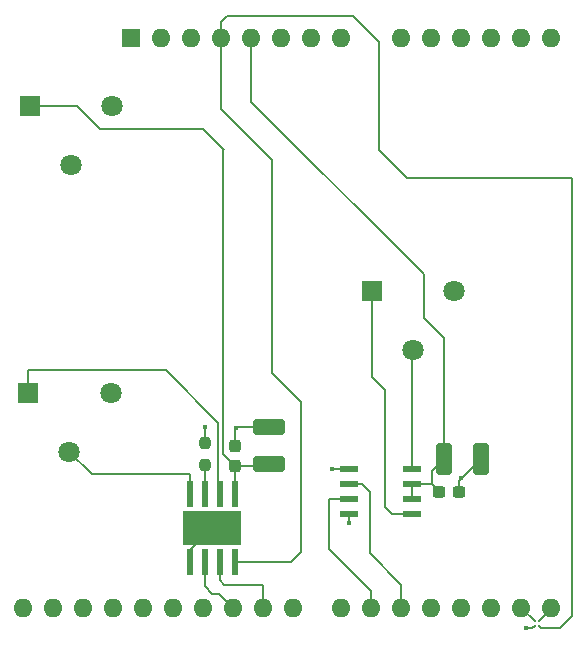
<source format=gbr>
%TF.GenerationSoftware,KiCad,Pcbnew,9.0.2*%
%TF.CreationDate,2025-11-24T10:29:42-08:00*%
%TF.ProjectId,motor_temperature,6d6f746f-725f-4746-956d-706572617475,A*%
%TF.SameCoordinates,Original*%
%TF.FileFunction,Copper,L1,Top*%
%TF.FilePolarity,Positive*%
%FSLAX46Y46*%
G04 Gerber Fmt 4.6, Leading zero omitted, Abs format (unit mm)*
G04 Created by KiCad (PCBNEW 9.0.2) date 2025-11-24 10:29:42*
%MOMM*%
%LPD*%
G01*
G04 APERTURE LIST*
G04 Aperture macros list*
%AMRoundRect*
0 Rectangle with rounded corners*
0 $1 Rounding radius*
0 $2 $3 $4 $5 $6 $7 $8 $9 X,Y pos of 4 corners*
0 Add a 4 corners polygon primitive as box body*
4,1,4,$2,$3,$4,$5,$6,$7,$8,$9,$2,$3,0*
0 Add four circle primitives for the rounded corners*
1,1,$1+$1,$2,$3*
1,1,$1+$1,$4,$5*
1,1,$1+$1,$6,$7*
1,1,$1+$1,$8,$9*
0 Add four rect primitives between the rounded corners*
20,1,$1+$1,$2,$3,$4,$5,0*
20,1,$1+$1,$4,$5,$6,$7,0*
20,1,$1+$1,$6,$7,$8,$9,0*
20,1,$1+$1,$8,$9,$2,$3,0*%
G04 Aperture macros list end*
%TA.AperFunction,ComponentPad*%
%ADD10R,1.600000X1.600000*%
%TD*%
%TA.AperFunction,ComponentPad*%
%ADD11O,1.600000X1.600000*%
%TD*%
%TA.AperFunction,SMDPad,CuDef*%
%ADD12RoundRect,0.237500X0.237500X-0.250000X0.237500X0.250000X-0.237500X0.250000X-0.237500X-0.250000X0*%
%TD*%
%TA.AperFunction,SMDPad,CuDef*%
%ADD13RoundRect,0.237500X-0.300000X-0.237500X0.300000X-0.237500X0.300000X0.237500X-0.300000X0.237500X0*%
%TD*%
%TA.AperFunction,ComponentPad*%
%ADD14R,1.800000X1.800000*%
%TD*%
%TA.AperFunction,ComponentPad*%
%ADD15C,1.800000*%
%TD*%
%TA.AperFunction,SMDPad,CuDef*%
%ADD16RoundRect,0.250000X-0.412500X-1.100000X0.412500X-1.100000X0.412500X1.100000X-0.412500X1.100000X0*%
%TD*%
%TA.AperFunction,SMDPad,CuDef*%
%ADD17RoundRect,0.250000X1.100000X-0.412500X1.100000X0.412500X-1.100000X0.412500X-1.100000X-0.412500X0*%
%TD*%
%TA.AperFunction,SMDPad,CuDef*%
%ADD18R,1.550000X0.580000*%
%TD*%
%TA.AperFunction,SMDPad,CuDef*%
%ADD19C,0.230000*%
%TD*%
%TA.AperFunction,SMDPad,CuDef*%
%ADD20R,0.500000X2.200000*%
%TD*%
%TA.AperFunction,ComponentPad*%
%ADD21C,0.630000*%
%TD*%
%TA.AperFunction,SMDPad,CuDef*%
%ADD22R,4.900000X2.950000*%
%TD*%
%TA.AperFunction,SMDPad,CuDef*%
%ADD23RoundRect,0.237500X0.237500X-0.300000X0.237500X0.300000X-0.237500X0.300000X-0.237500X-0.300000X0*%
%TD*%
%TA.AperFunction,ViaPad*%
%ADD24C,0.406400*%
%TD*%
%TA.AperFunction,Conductor*%
%ADD25C,0.152400*%
%TD*%
G04 APERTURE END LIST*
D10*
%TO.P,A1,1,NC*%
%TO.N,unconnected-(A1-NC-Pad1)*%
X126245000Y-66370000D03*
D11*
%TO.P,A1,2,IOREF*%
%TO.N,unconnected-(A1-IOREF-Pad2)*%
X128785000Y-66370000D03*
%TO.P,A1,3,~{RESET}*%
%TO.N,unconnected-(A1-~{RESET}-Pad3)*%
X131325000Y-66370000D03*
%TO.P,A1,4,3V3*%
%TO.N,/3V3*%
X133865000Y-66370000D03*
%TO.P,A1,5,+5V*%
%TO.N,+5V*%
X136405000Y-66370000D03*
%TO.P,A1,6,GND*%
%TO.N,GND*%
X138945000Y-66370000D03*
%TO.P,A1,7,GND*%
X141485000Y-66370000D03*
%TO.P,A1,8,VIN*%
%TO.N,unconnected-(A1-VIN-Pad8)*%
X144025000Y-66370000D03*
%TO.P,A1,9,A0*%
%TO.N,unconnected-(A1-A0-Pad9)*%
X149105000Y-66370000D03*
%TO.P,A1,10,A1*%
%TO.N,unconnected-(A1-A1-Pad10)*%
X151645000Y-66370000D03*
%TO.P,A1,11,A2*%
%TO.N,unconnected-(A1-A2-Pad11)*%
X154185000Y-66370000D03*
%TO.P,A1,12,A3*%
%TO.N,unconnected-(A1-A3-Pad12)*%
X156725000Y-66370000D03*
%TO.P,A1,13,SDA/A4*%
%TO.N,unconnected-(A1-SDA{slash}A4-Pad13)*%
X159265000Y-66370000D03*
%TO.P,A1,14,SCL/A5*%
%TO.N,unconnected-(A1-SCL{slash}A5-Pad14)*%
X161805000Y-66370000D03*
%TO.P,A1,15,D0/RX*%
%TO.N,/UART_RX*%
X161805000Y-114630000D03*
%TO.P,A1,16,D1/TX*%
%TO.N,/UART_TX*%
X159265000Y-114630000D03*
%TO.P,A1,17,D2*%
%TO.N,unconnected-(A1-D2-Pad17)*%
X156725000Y-114630000D03*
%TO.P,A1,18,D3*%
%TO.N,unconnected-(A1-D3-Pad18)*%
X154185000Y-114630000D03*
%TO.P,A1,19,D4*%
%TO.N,unconnected-(A1-D4-Pad19)*%
X151645000Y-114630000D03*
%TO.P,A1,20,D5*%
%TO.N,/IN_A*%
X149105000Y-114630000D03*
%TO.P,A1,21,D6*%
%TO.N,/IN_B*%
X146565000Y-114630000D03*
%TO.P,A1,22,D7*%
%TO.N,unconnected-(A1-D7-Pad22)*%
X144025000Y-114630000D03*
%TO.P,A1,23,D8*%
%TO.N,unconnected-(A1-D8-Pad23)*%
X139965000Y-114630000D03*
%TO.P,A1,24,D9*%
%TO.N,/IN_1*%
X137425000Y-114630000D03*
%TO.P,A1,25,D10*%
%TO.N,/IN_2*%
X134885000Y-114630000D03*
%TO.P,A1,26,D11*%
%TO.N,unconnected-(A1-D11-Pad26)*%
X132345000Y-114630000D03*
%TO.P,A1,27,D12*%
%TO.N,unconnected-(A1-D12-Pad27)*%
X129805000Y-114630000D03*
%TO.P,A1,28,D13*%
%TO.N,unconnected-(A1-D13-Pad28)*%
X127265000Y-114630000D03*
%TO.P,A1,29,GND*%
%TO.N,GND*%
X124725000Y-114630000D03*
%TO.P,A1,30,AREF*%
%TO.N,unconnected-(A1-AREF-Pad30)*%
X122185000Y-114630000D03*
%TO.P,A1,31,SDA/A4*%
%TO.N,unconnected-(A1-SDA{slash}A4-Pad31)*%
X119645000Y-114630000D03*
%TO.P,A1,32,SCL/A5*%
%TO.N,unconnected-(A1-SCL{slash}A5-Pad32)*%
X117105000Y-114630000D03*
%TD*%
D12*
%TO.P,R1,1*%
%TO.N,Net-(U1-ISEN)*%
X132461000Y-102512500D03*
%TO.P,R1,2*%
%TO.N,GND*%
X132461000Y-100687500D03*
%TD*%
D13*
%TO.P,C2,1*%
%TO.N,+5V*%
X152299500Y-104775000D03*
%TO.P,C2,2*%
%TO.N,GND*%
X154024500Y-104775000D03*
%TD*%
D14*
%TO.P,J3,1,1*%
%TO.N,+12V*%
X117629500Y-72119000D03*
D15*
%TO.P,J3,2,2*%
%TO.N,unconnected-(J3-Pad2)*%
X121129500Y-77119000D03*
%TO.P,J3,3,3*%
%TO.N,GND*%
X124629500Y-72119000D03*
%TD*%
D16*
%TO.P,C1,1*%
%TO.N,+5V*%
X152742500Y-101981000D03*
%TO.P,C1,2*%
%TO.N,GND*%
X155867500Y-101981000D03*
%TD*%
D17*
%TO.P,C3,1*%
%TO.N,+12V*%
X137922000Y-102400500D03*
%TO.P,C3,2*%
%TO.N,GND*%
X137922000Y-99275500D03*
%TD*%
D18*
%TO.P,U2,1,OA*%
%TO.N,/OUT_A*%
X150000000Y-106680000D03*
%TO.P,U2,2,VCC*%
%TO.N,+5V*%
X150000000Y-105410000D03*
%TO.P,U2,3,VCC*%
X150000000Y-104140000D03*
%TO.P,U2,4,OB*%
%TO.N,Net-(U2-OB)*%
X150000000Y-102870000D03*
%TO.P,U2,5,GND*%
%TO.N,GND*%
X144640000Y-102870000D03*
%TO.P,U2,6,IA*%
%TO.N,/IN_A*%
X144640000Y-104140000D03*
%TO.P,U2,7,IB*%
%TO.N,/IN_B*%
X144640000Y-105410000D03*
%TO.P,U2,8,GND*%
%TO.N,GND*%
X144640000Y-106680000D03*
%TD*%
D14*
%TO.P,J1,1,1*%
%TO.N,/OUT_1*%
X117502500Y-96376000D03*
D15*
%TO.P,J1,2,2*%
%TO.N,/OUT_2*%
X121002500Y-101376000D03*
%TO.P,J1,3,3*%
%TO.N,unconnected-(J1-Pad3)*%
X124502500Y-96376000D03*
%TD*%
D19*
%TO.P,U3,A1,V+*%
%TO.N,/3V3*%
X160782000Y-116151000D03*
%TO.P,U3,A2,GND*%
%TO.N,GND*%
X160382000Y-116151000D03*
%TO.P,U3,B1,TX*%
%TO.N,/UART_RX*%
X160782000Y-115750998D03*
%TO.P,U3,B2,RX*%
%TO.N,/UART_TX*%
X160382000Y-115750998D03*
%TD*%
D14*
%TO.P,J2,1,1*%
%TO.N,/OUT_A*%
X146585500Y-87740000D03*
D15*
%TO.P,J2,2,2*%
%TO.N,Net-(U2-OB)*%
X150085500Y-92740000D03*
%TO.P,J2,3,3*%
%TO.N,unconnected-(J2-Pad3)*%
X153585500Y-87740000D03*
%TD*%
D20*
%TO.P,U1,1,GND*%
%TO.N,GND*%
X131191000Y-110698000D03*
%TO.P,U1,2,IN2*%
%TO.N,/IN_2*%
X132461000Y-110698000D03*
%TO.P,U1,3,IN1*%
%TO.N,/IN_1*%
X133731000Y-110698000D03*
%TO.P,U1,4,VREF*%
%TO.N,/3V3*%
X135001000Y-110698000D03*
%TO.P,U1,5,VM*%
%TO.N,+12V*%
X135001000Y-104948000D03*
%TO.P,U1,6,OUT1*%
%TO.N,/OUT_1*%
X133731000Y-104948000D03*
%TO.P,U1,7,ISEN*%
%TO.N,Net-(U1-ISEN)*%
X132461000Y-104948000D03*
%TO.P,U1,8,OUT2*%
%TO.N,/OUT_2*%
X131191000Y-104948000D03*
D21*
%TO.P,U1,9,GND*%
%TO.N,GND*%
X131796000Y-108473000D03*
X133096000Y-108473000D03*
X134396000Y-108473000D03*
D22*
X133096000Y-107823000D03*
D21*
X131796000Y-107173000D03*
X133096000Y-107173000D03*
X134396000Y-107173000D03*
%TD*%
D23*
%TO.P,C4,1*%
%TO.N,+12V*%
X135001000Y-102616000D03*
%TO.P,C4,2*%
%TO.N,GND*%
X135001000Y-100891000D03*
%TD*%
D24*
%TO.N,GND*%
X135064500Y-99377500D03*
X154178000Y-103632000D03*
X144653000Y-107442000D03*
X132461000Y-99314000D03*
X159639000Y-116332000D03*
X143256000Y-102870000D03*
%TD*%
D25*
%TO.N,/OUT_A*%
X146585500Y-95095500D02*
X146585500Y-87740000D01*
X147701000Y-106045000D02*
X147701000Y-96202500D01*
X147701000Y-96202500D02*
X146589750Y-95091250D01*
X148336000Y-106680000D02*
X147701000Y-106045000D01*
X146589750Y-95091250D02*
X146585500Y-95095500D01*
X150000000Y-106680000D02*
X148336000Y-106680000D01*
%TO.N,+5V*%
X152742500Y-91782500D02*
X152742500Y-101981000D01*
X151003000Y-90043000D02*
X152742500Y-91782500D01*
X151003000Y-86360000D02*
X151003000Y-90043000D01*
X136398000Y-71755000D02*
X151003000Y-86360000D01*
X136398000Y-69469000D02*
X136398000Y-71755000D01*
%TO.N,GND*%
X131191000Y-109728000D02*
X133096000Y-107823000D01*
X131191000Y-110698000D02*
X131191000Y-109728000D01*
%TO.N,/IN_B*%
X143002000Y-109601000D02*
X143002000Y-105410000D01*
X146565000Y-113164000D02*
X143002000Y-109601000D01*
X143002000Y-105410000D02*
X144640000Y-105410000D01*
X146565000Y-114630000D02*
X146565000Y-113164000D01*
%TO.N,GND*%
X160201000Y-116332000D02*
X159639000Y-116332000D01*
X154051000Y-103759000D02*
X154178000Y-103632000D01*
X137922000Y-99275500D02*
X135166500Y-99275500D01*
X135166500Y-99275500D02*
X135064500Y-99377500D01*
X154024500Y-103785500D02*
X154051000Y-103759000D01*
X134797500Y-100687500D02*
X135001000Y-100891000D01*
X154024500Y-104775000D02*
X154024500Y-103785500D01*
X160382000Y-116151000D02*
X160201000Y-116332000D01*
X132461000Y-99314000D02*
X132461000Y-99441000D01*
X144640000Y-106680000D02*
X144640000Y-107429000D01*
X135064500Y-99377500D02*
X135001000Y-99441000D01*
X144640000Y-102870000D02*
X143256000Y-102870000D01*
X132461000Y-100687500D02*
X132461000Y-99314000D01*
X154216500Y-103632000D02*
X155867500Y-101981000D01*
X144640000Y-107429000D02*
X144653000Y-107442000D01*
X135001000Y-100891000D02*
X135001000Y-99441000D01*
X154178000Y-103632000D02*
X154216500Y-103632000D01*
%TO.N,/IN_A*%
X145796000Y-104140000D02*
X144640000Y-104140000D01*
X149105000Y-112656000D02*
X146431000Y-109982000D01*
X149105000Y-114630000D02*
X149105000Y-112656000D01*
X146431000Y-104775000D02*
X145796000Y-104140000D01*
X146431000Y-109982000D02*
X146431000Y-104775000D01*
%TO.N,/UART_TX*%
X159265000Y-114633998D02*
X159265000Y-114630000D01*
X160382000Y-115750998D02*
X159265000Y-114633998D01*
%TO.N,/IN_1*%
X137414000Y-112776000D02*
X137425000Y-112787000D01*
X133731000Y-112268000D02*
X134112000Y-112649000D01*
X134112000Y-112649000D02*
X137414000Y-112649000D01*
X137425000Y-112787000D02*
X137425000Y-114630000D01*
X137414000Y-112649000D02*
X137414000Y-112776000D01*
X133731000Y-110698000D02*
X133731000Y-112268000D01*
%TO.N,/3V3*%
X147193000Y-66675000D02*
X145034000Y-64516000D01*
X133865000Y-72397000D02*
X138176000Y-76708000D01*
X139746000Y-110698000D02*
X135001000Y-110698000D01*
X160963000Y-116332000D02*
X162560000Y-116332000D01*
X163576000Y-78232000D02*
X149606000Y-78232000D01*
X138176000Y-76708000D02*
X138176000Y-94742000D01*
X133865000Y-66370000D02*
X133865000Y-72397000D01*
X162560000Y-116332000D02*
X163576000Y-115316000D01*
X160782000Y-116151000D02*
X160963000Y-116332000D01*
X140589000Y-97155000D02*
X140589000Y-109855000D01*
X149606000Y-78232000D02*
X147193000Y-75819000D01*
X134366000Y-64516000D02*
X133858000Y-65024000D01*
X147193000Y-75819000D02*
X147193000Y-66675000D01*
X133865000Y-65031000D02*
X133865000Y-66370000D01*
X145034000Y-64516000D02*
X134366000Y-64516000D01*
X163576000Y-115316000D02*
X163576000Y-78232000D01*
X133858000Y-65024000D02*
X133865000Y-65031000D01*
X140589000Y-109855000D02*
X139746000Y-110698000D01*
X138176000Y-94742000D02*
X140589000Y-97155000D01*
%TO.N,/UART_RX*%
X160782000Y-115750998D02*
X161805000Y-114727998D01*
X161805000Y-114727998D02*
X161805000Y-114630000D01*
%TO.N,/IN_2*%
X132461000Y-112776000D02*
X132461000Y-110698000D01*
X133666000Y-113411000D02*
X133096000Y-113411000D01*
X133096000Y-113411000D02*
X132461000Y-112776000D01*
X134885000Y-114630000D02*
X133666000Y-113411000D01*
%TO.N,+12V*%
X135001000Y-102616000D02*
X135001000Y-104948000D01*
X123571000Y-74041000D02*
X121649000Y-72119000D01*
X135001000Y-102616000D02*
X133985000Y-101600000D01*
X121649000Y-72119000D02*
X117629500Y-72119000D01*
X137706500Y-102616000D02*
X137922000Y-102400500D01*
X135001000Y-102616000D02*
X137706500Y-102616000D01*
X133985000Y-101600000D02*
X133985000Y-75946000D01*
X134112000Y-75819000D02*
X132334000Y-74041000D01*
X133985000Y-75946000D02*
X134112000Y-75819000D01*
X132334000Y-74041000D02*
X123571000Y-74041000D01*
%TO.N,/OUT_1*%
X133604000Y-104821000D02*
X133604000Y-98933000D01*
X133731000Y-104948000D02*
X133604000Y-104821000D01*
X133604000Y-98933000D02*
X129159000Y-94488000D01*
X117502500Y-94515500D02*
X117502500Y-96376000D01*
X129159000Y-94488000D02*
X117475000Y-94488000D01*
%TO.N,/OUT_2*%
X131191000Y-104948000D02*
X131191000Y-103251000D01*
X122877500Y-103251000D02*
X121002500Y-101376000D01*
X131191000Y-103251000D02*
X122877500Y-103251000D01*
%TO.N,Net-(U2-OB)*%
X150000000Y-102870000D02*
X150000000Y-92825500D01*
X150000000Y-92825500D02*
X150085500Y-92740000D01*
%TO.N,Net-(U1-ISEN)*%
X132461000Y-102512500D02*
X132461000Y-104948000D01*
%TO.N,+5V*%
X151664500Y-104140000D02*
X152299500Y-104775000D01*
X136405000Y-66370000D02*
X136405000Y-69476000D01*
X151664500Y-103059000D02*
X151664500Y-104140000D01*
X150000000Y-105410000D02*
X150000000Y-104140000D01*
X150000000Y-104140000D02*
X151664500Y-104140000D01*
X152742500Y-101981000D02*
X151664500Y-103059000D01*
%TD*%
M02*

</source>
